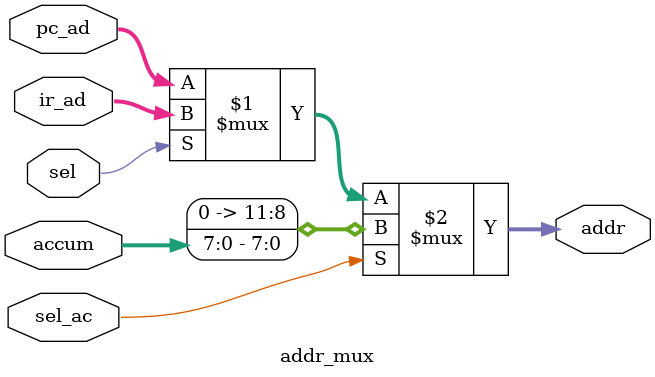
<source format=sv>
`timescale 1ns / 1ps

module addr_mux(
    input [11:0] ir_ad, pc_ad, accum,
    input sel, sel_ac,  
    output [11:0] addr
    );
    
    assign addr = (sel_ac) ? {4'b0000, accum[7:0]} : (sel) ? ir_ad : pc_ad;
    
endmodule

</source>
